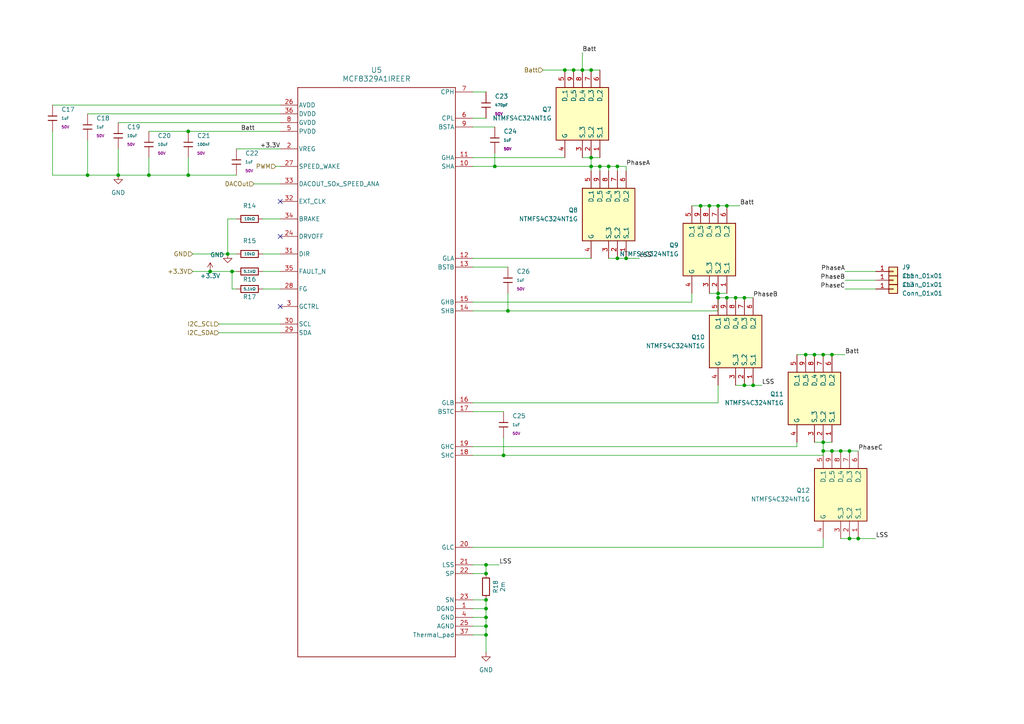
<source format=kicad_sch>
(kicad_sch (version 20250114) (generator "eeschema") (generator_version "9.0")
  (paper "A4")
  (lib_symbols
    (symbol "Connector_Generic:Conn_01x01" (pin_names (offset 1.016) (hide yes))
      (property "Reference" "J" (at 0 2.54 0))
      (property "Value" "Conn_01x01" (at 0 -2.54 0))
      (symbol "Conn_01x01_1_1"
        (rectangle (start -1.27 1.27) (end 1.27 -1.27) (stroke (width 0.254)) (fill (type background)))
        (rectangle (start -1.27 0.127) (end 0 -0.127) (stroke (width 0.1524)))
        (pin passive line (at -5.08 0 0) (length 3.81) (name "Pin_1") (number "1"))
      )
    )
    (symbol "CustomParts:MCF8329A1IREER" (pin_names (offset 0.254))
      (property "Reference" "U3" (at 26.67 10.16 0))
      (property "Value" "MCF8329A1IREER" (at 26.67 7.62 0))
      (symbol "MCF8329A1IREER_0_1"
        (polyline (pts (xy 3.81 5.08) (xy 3.81 -160.02)) (stroke (width 0.2032)))
        (polyline (pts (xy 3.81 -160.02) (xy 49.53 -160.02)) (stroke (width 0.2032)))
        (polyline (pts (xy 49.53 5.08) (xy 3.81 5.08)) (stroke (width 0.2032)))
        (polyline (pts (xy 49.53 -160.02) (xy 49.53 5.08)) (stroke (width 0.2032)))
        (pin power_in line (at -1.27 -7.62 0) (length 5.08) (name "PVDD") (number "5"))
        (pin power_in line (at -1.27 -12.7 0) (length 5.08) (name "VREG") (number "2"))
        (pin input line (at -1.27 -17.78 0) (length 5.08) (name "SPEED_WAKE") (number "27"))
        (pin bidirectional line (at -1.27 -22.86 0) (length 5.08) (name "DACOUT_SOx_SPEED_ANA") (number "33"))
        (pin input line (at -1.27 -27.94 0) (length 5.08) (name "EXT_CLK") (number "32"))
        (pin input line (at -1.27 -33.02 0) (length 5.08) (name "BRAKE") (number "34"))
        (pin input line (at -1.27 -38.1 0) (length 5.08) (name "DRVOFF") (number "24"))
        (pin input line (at -1.27 -43.18 0) (length 5.08) (name "DIR") (number "31"))
        (pin open_collector line (at -1.27 -48.26 0) (length 5.08) (name "FAULT_N") (number "35"))
        (pin open_collector line (at -1.27 -53.34 0) (length 5.08) (name "FG") (number "28"))
        (pin unspecified line (at -1.27 -58.42 0) (length 5.08) (name "GCTRL") (number "3"))
        (pin input line (at -1.27 -63.5 0) (length 5.08) (name "SCL") (number "30"))
        (pin bidirectional line (at -1.27 -66.04 0) (length 5.08) (name "SDA") (number "29"))
        (pin power_in line (at 54.61 -133.35 180) (length 5.08) (name "LSS") (number "21"))
        (pin power_in line (at 54.61 -146.05 180) (length 5.08) (name "DGND") (number "1"))
        (pin power_in line (at 54.61 -148.59 180) (length 5.08) (name "GND") (number "4"))
        (pin power_in line (at 54.61 -151.13 180) (length 5.08) (name "AGND") (number "25"))
        (pin power_in line (at 54.61 -153.67 180) (length 5.08) (name "Thermal_pad") (number "37"))
      )
      (symbol "MCF8329A1IREER_1_1"
        (pin power_out line (at -1.27 0 0) (length 5.08) (name "AVDD") (number "26"))
        (pin power_out line (at -1.27 -2.54 0) (length 5.08) (name "DVDD") (number "36"))
        (pin power_out line (at -1.27 -5.08 0) (length 5.08) (name "GVDD") (number "8"))
        (pin passive line (at 54.61 3.81 180) (length 5.08) (name "CPH") (number "7"))
        (pin passive line (at 54.61 -3.81 180) (length 5.08) (name "CPL") (number "6"))
        (pin output line (at 54.61 -6.35 180) (length 5.08) (name "BSTA") (number "9"))
        (pin output line (at 54.61 -15.24 180) (length 5.08) (name "GHA") (number "11"))
        (pin input line (at 54.61 -17.78 180) (length 5.08) (name "SHA") (number "10"))
        (pin output line (at 54.61 -44.45 180) (length 5.08) (name "GLA") (number "12"))
        (pin output line (at 54.61 -46.99 180) (length 5.08) (name "BSTB") (number "13"))
        (pin output line (at 54.61 -57.15 180) (length 5.08) (name "GHB") (number "15"))
        (pin input line (at 54.61 -59.69 180) (length 5.08) (name "SHB") (number "14"))
        (pin output line (at 54.61 -86.36 180) (length 5.08) (name "GLB") (number "16"))
        (pin output line (at 54.61 -88.9 180) (length 5.08) (name "BSTC") (number "17"))
        (pin output line (at 54.61 -99.06 180) (length 5.08) (name "GHC") (number "19"))
        (pin input line (at 54.61 -101.6 180) (length 5.08) (name "SHC") (number "18"))
        (pin output line (at 54.61 -128.27 180) (length 5.08) (name "GLC") (number "20"))
        (pin input line (at 54.61 -135.89 180) (length 5.08) (name "SP") (number "22"))
        (pin input line (at 54.61 -143.51 180) (length 5.08) (name "SN") (number "23"))
      )
    )
    (symbol "Device:R" (pin_numbers (hide yes)) (pin_names (offset 0))
      (property "Reference" "R" (at 2.032 0 90))
      (property "Value" "R" (at 0 0 90))
      (symbol "R_0_1"
        (rectangle (start -1.016 -2.54) (end 1.016 2.54) (stroke (width 0.254)))
      )
      (symbol "R_1_1"
        (pin passive line (at 0 3.81 270) (length 1.27) (name "~") (number "1"))
        (pin passive line (at 0 -3.81 90) (length 1.27) (name "~") (number "2"))
      )
    )
    (symbol "NTMFS4C324NT1G:NTMFS4C324NT1G"
      (property "Reference" "Q" (at 21.59 7.62 0))
      (property "Value" "NTMFS4C324NT1G" (at 21.59 5.08 0))
      (symbol "NTMFS4C324NT1G_1_1"
        (rectangle (start 5.08 2.54) (end 20.32 -12.7) (stroke (width 0.254)) (fill (type background)))
        (pin passive line (at 0 0 0) (length 5.08) (name "S_1") (number "1"))
        (pin passive line (at 0 -2.54 0) (length 5.08) (name "S_2") (number "2"))
        (pin passive line (at 0 -5.08 0) (length 5.08) (name "S_3") (number "3"))
        (pin passive line (at 0 -10.16 0) (length 5.08) (name "G") (number "4"))
        (pin passive line (at 25.4 0 180) (length 5.08) (name "D_2") (number "6"))
        (pin passive line (at 25.4 -2.54 180) (length 5.08) (name "D_3") (number "7"))
        (pin passive line (at 25.4 -5.08 180) (length 5.08) (name "D_4") (number "8"))
        (pin passive line (at 25.4 -7.62 180) (length 5.08) (name "D_5") (number "9"))
        (pin passive line (at 25.4 -10.16 180) (length 5.08) (name "D_1") (number "5"))
      )
    )
    (symbol "PCM_JLCPCB-Capacitors:0603,100nF" (pin_numbers (hide yes)) (pin_names (offset 0))
      (property "Reference" "C" (at 2.032 1.668 0))
      (property "Value" "100nF" (at 2.032 -0.3782 0))
      (property "Voltage Rated" "50V" (at 2.032 -2.0462 0))
      (symbol "0603,100nF_0_1"
        (polyline (pts (xy -1.27 0.635) (xy 1.27 0.635)) (stroke (width 0.254)))
        (polyline (pts (xy -1.27 -0.635) (xy 1.27 -0.635)) (stroke (width 0.254)))
      )
      (symbol "0603,100nF_1_1"
        (pin passive line (at 0 3.81 270) (length 3.175) (name "~") (number "1"))
        (pin passive line (at 0 -3.81 90) (length 3.175) (name "~") (number "2"))
      )
    )
    (symbol "PCM_JLCPCB-Capacitors:0603,1uF" (pin_numbers (hide yes)) (pin_names (offset 0))
      (property "Reference" "C" (at 2.032 1.668 0))
      (property "Value" "1uF" (at 2.032 -0.3782 0))
      (property "Voltage Rated" "50V" (at 2.032 -2.0462 0))
      (symbol "0603,1uF_0_1"
        (polyline (pts (xy -1.27 0.635) (xy 1.27 0.635)) (stroke (width 0.254)))
        (polyline (pts (xy -1.27 -0.635) (xy 1.27 -0.635)) (stroke (width 0.254)))
      )
      (symbol "0603,1uF_1_1"
        (pin passive line (at 0 3.81 270) (length 3.175) (name "~") (number "1"))
        (pin passive line (at 0 -3.81 90) (length 3.175) (name "~") (number "2"))
      )
    )
    (symbol "PCM_JLCPCB-Capacitors:0603,470pF" (pin_numbers (hide yes)) (pin_names (offset 0))
      (property "Reference" "C" (at 2.032 1.668 0))
      (property "Value" "470pF" (at 2.032 -0.3782 0))
      (property "Voltage Rated" "50V" (at 2.032 -2.0462 0))
      (symbol "0603,470pF_0_1"
        (polyline (pts (xy -1.27 0.635) (xy 1.27 0.635)) (stroke (width 0.254)))
        (polyline (pts (xy -1.27 -0.635) (xy 1.27 -0.635)) (stroke (width 0.254)))
      )
      (symbol "0603,470pF_1_1"
        (pin passive line (at 0 3.81 270) (length 3.175) (name "~") (number "1"))
        (pin passive line (at 0 -3.81 90) (length 3.175) (name "~") (number "2"))
      )
    )
    (symbol "PCM_JLCPCB-Capacitors:0805,10uF,(2)" (pin_numbers (hide yes)) (pin_names (offset 0))
      (property "Reference" "C" (at 2.032 1.668 0))
      (property "Value" "10uF" (at 2.032 -0.3782 0))
      (property "Voltage Rated" "50V" (at 2.032 -2.0462 0))
      (symbol "0805,10uF,(2)_0_1"
        (polyline (pts (xy -1.27 0.635) (xy 1.27 0.635)) (stroke (width 0.254)))
        (polyline (pts (xy -1.27 -0.635) (xy 1.27 -0.635)) (stroke (width 0.254)))
      )
      (symbol "0805,10uF,(2)_1_1"
        (pin passive line (at 0 3.81 270) (length 3.175) (name "~") (number "1"))
        (pin passive line (at 0 -3.81 90) (length 3.175) (name "~") (number "2"))
      )
    )
    (symbol "PCM_JLCPCB-Resistors:0402,10kΩ" (pin_numbers (hide yes)) (pin_names (offset 0))
      (property "Reference" "R" (at 1.778 0 0))
      (property "Value" "10kΩ" (at 0 0 90))
      (symbol "0402,10kΩ_0_1"
        (rectangle (start -1.016 2.54) (end 1.016 -2.54) (stroke (width 0.254)))
      )
      (symbol "0402,10kΩ_1_1"
        (pin passive line (at 0 3.81 270) (length 1.27) (name "~") (number "1"))
        (pin passive line (at 0 -3.81 90) (length 1.27) (name "~") (number "2"))
      )
    )
    (symbol "PCM_JLCPCB-Resistors:0402,5.1kΩ" (pin_numbers (hide yes)) (pin_names (offset 0))
      (property "Reference" "R" (at 1.778 0 0))
      (property "Value" "5.1kΩ" (at 0 0 90))
      (symbol "0402,5.1kΩ_0_1"
        (rectangle (start -1.016 2.54) (end 1.016 -2.54) (stroke (width 0.254)))
      )
      (symbol "0402,5.1kΩ_1_1"
        (pin passive line (at 0 3.81 270) (length 1.27) (name "~") (number "1"))
        (pin passive line (at 0 -3.81 90) (length 1.27) (name "~") (number "2"))
      )
    )
    (symbol "power:+3.3V" (power) (pin_numbers (hide yes)) (pin_names (offset 0) (hide yes))
      (property "Value" "+3.3V" (at 0 3.556 0))
      (symbol "+3.3V_0_1"
        (polyline (pts (xy -0.762 1.27) (xy 0 2.54)))
        (polyline (pts (xy 0 2.54) (xy 0.762 1.27)))
        (polyline (pts (xy 0 0) (xy 0 2.54)))
      )
      (symbol "+3.3V_1_1"
        (pin power_in line (at 0 0 90) (length 0) (name "~") (number "1"))
      )
    )
    (symbol "power:GND" (power) (pin_numbers (hide yes)) (pin_names (offset 0) (hide yes))
      (property "Value" "GND" (at 0 -3.81 0))
      (symbol "GND_0_1"
        (polyline (pts (xy 0 0) (xy 0 -1.27) (xy 1.27 -1.27) (xy 0 -2.54) (xy -1.27 -1.27) (xy 0 -1.27)))
      )
      (symbol "GND_1_1"
        (pin power_in line (at 0 0 270) (length 0) (name "~") (number "1"))
      )
    )
  )
  (junction (at 241.3 130.81))
  (junction (at 54.61 50.8))
  (junction (at 233.68 102.87))
  (junction (at 243.84 130.81))
  (junction (at 166.37 20.32))
  (junction (at 248.92 156.21))
  (junction (at 140.97 163.83))
  (junction (at 143.51 48.26))
  (junction (at 213.36 86.36))
  (junction (at 203.2 59.69))
  (junction (at 208.28 85.09))
  (junction (at 43.18 50.8))
  (junction (at 179.07 74.93))
  (junction (at 140.97 166.37))
  (junction (at 208.28 86.36))
  (junction (at 176.53 48.26))
  (junction (at 215.9 86.36))
  (junction (at 241.3 102.87))
  (junction (at 236.22 102.87))
  (junction (at 208.28 59.69))
  (junction (at 140.97 184.15))
  (junction (at 171.45 48.26))
  (junction (at 218.44 111.76))
  (junction (at 168.91 20.32))
  (junction (at 181.61 74.93))
  (junction (at 140.97 181.61))
  (junction (at 146.05 132.08))
  (junction (at 147.32 90.17))
  (junction (at 25.4 50.8))
  (junction (at 60.96 78.74))
  (junction (at 238.76 102.87))
  (junction (at 179.07 48.26))
  (junction (at 210.82 86.36))
  (junction (at 34.29 50.8))
  (junction (at 140.97 176.53))
  (junction (at 246.38 156.21))
  (junction (at 210.82 59.69))
  (junction (at 171.45 20.32))
  (junction (at 54.61 38.1))
  (junction (at 163.83 20.32))
  (junction (at 140.97 179.07))
  (junction (at 173.99 48.26))
  (junction (at 140.97 173.99))
  (junction (at 238.76 130.81))
  (junction (at 171.45 45.72))
  (junction (at 205.74 59.69))
  (junction (at 67.31 78.74))
  (junction (at 215.9 111.76))
  (junction (at 246.38 130.81))
  (junction (at 66.04 73.66))
  (junction (at 238.76 128.27))
  (no_connect (at 81.28 68.58))
  (no_connect (at 81.28 88.9))
  (no_connect (at 81.28 58.42))
  (wire (pts (xy 245.11 83.82) (xy 254 83.82)))
  (wire (pts (xy 248.92 156.21) (xy 254 156.21)))
  (wire (pts (xy 210.82 86.36) (xy 213.36 86.36)))
  (wire (pts (xy 171.45 45.72) (xy 173.99 45.72)))
  (wire (pts (xy 137.16 116.84) (xy 208.28 116.84)))
  (wire (pts (xy 181.61 74.93) (xy 185.42 74.93)))
  (wire (pts (xy 176.53 74.93) (xy 179.07 74.93)))
  (wire (pts (xy 63.5 93.98) (xy 81.28 93.98)))
  (wire (pts (xy 173.99 49.53) (xy 173.99 48.26)))
  (wire (pts (xy 137.16 176.53) (xy 140.97 176.53)))
  (wire (pts (xy 173.99 48.26) (xy 176.53 48.26)))
  (wire (pts (xy 137.16 181.61) (xy 140.97 181.61)))
  (wire (pts (xy 15.24 50.8) (xy 25.4 50.8)))
  (wire (pts (xy 76.2 63.5) (xy 81.28 63.5)))
  (wire (pts (xy 231.14 102.87) (xy 233.68 102.87)))
  (wire (pts (xy 60.96 78.74) (xy 67.31 78.74)))
  (wire (pts (xy 146.05 127) (xy 146.05 132.08)))
  (wire (pts (xy 179.07 74.93) (xy 181.61 74.93)))
  (wire (pts (xy 203.2 59.69) (xy 205.74 59.69)))
  (wire (pts (xy 66.04 63.5) (xy 66.04 73.66)))
  (wire (pts (xy 25.4 40.64) (xy 25.4 50.8)))
  (wire (pts (xy 218.44 111.76) (xy 220.98 111.76)))
  (wire (pts (xy 43.18 45.72) (xy 43.18 50.8)))
  (wire (pts (xy 68.58 78.74) (xy 67.31 78.74)))
  (wire (pts (xy 168.91 20.32) (xy 171.45 20.32)))
  (wire (pts (xy 54.61 38.1) (xy 81.28 38.1)))
  (wire (pts (xy 171.45 48.26) (xy 171.45 45.72)))
  (wire (pts (xy 15.24 30.48) (xy 81.28 30.48)))
  (wire (pts (xy 147.32 85.09) (xy 147.32 90.17)))
  (wire (pts (xy 215.9 86.36) (xy 218.44 86.36)))
  (wire (pts (xy 213.36 111.76) (xy 215.9 111.76)))
  (wire (pts (xy 208.28 90.17) (xy 208.28 86.36)))
  (wire (pts (xy 137.16 45.72) (xy 163.83 45.72)))
  (wire (pts (xy 236.22 102.87) (xy 238.76 102.87)))
  (wire (pts (xy 80.01 48.26) (xy 81.28 48.26)))
  (wire (pts (xy 163.83 20.32) (xy 166.37 20.32)))
  (wire (pts (xy 157.48 20.32) (xy 163.83 20.32)))
  (wire (pts (xy 205.74 59.69) (xy 208.28 59.69)))
  (wire (pts (xy 208.28 116.84) (xy 208.28 111.76)))
  (wire (pts (xy 137.16 129.54) (xy 231.14 129.54)))
  (wire (pts (xy 181.61 49.53) (xy 181.61 48.26)))
  (wire (pts (xy 179.07 49.53) (xy 179.07 48.26)))
  (wire (pts (xy 137.16 26.67) (xy 140.97 26.67)))
  (wire (pts (xy 238.76 130.81) (xy 241.3 130.81)))
  (wire (pts (xy 43.18 38.1) (xy 54.61 38.1)))
  (wire (pts (xy 137.16 173.99) (xy 140.97 173.99)))
  (wire (pts (xy 25.4 33.02) (xy 81.28 33.02)))
  (wire (pts (xy 76.2 83.82) (xy 81.28 83.82)))
  (wire (pts (xy 205.74 85.09) (xy 208.28 85.09)))
  (wire (pts (xy 140.97 176.53) (xy 140.97 173.99)))
  (wire (pts (xy 140.97 163.83) (xy 144.78 163.83)))
  (wire (pts (xy 68.58 83.82) (xy 67.31 83.82)))
  (wire (pts (xy 137.16 87.63) (xy 200.66 87.63)))
  (wire (pts (xy 208.28 86.36) (xy 210.82 86.36)))
  (wire (pts (xy 236.22 128.27) (xy 238.76 128.27)))
  (wire (pts (xy 34.29 35.56) (xy 81.28 35.56)))
  (wire (pts (xy 137.16 184.15) (xy 140.97 184.15)))
  (wire (pts (xy 241.3 102.87) (xy 245.11 102.87)))
  (wire (pts (xy 140.97 181.61) (xy 140.97 179.07)))
  (wire (pts (xy 140.97 184.15) (xy 140.97 189.23)))
  (wire (pts (xy 245.11 81.28) (xy 254 81.28)))
  (wire (pts (xy 73.66 53.34) (xy 81.28 53.34)))
  (wire (pts (xy 233.68 102.87) (xy 236.22 102.87)))
  (wire (pts (xy 238.76 128.27) (xy 241.3 128.27)))
  (wire (pts (xy 171.45 48.26) (xy 173.99 48.26)))
  (wire (pts (xy 137.16 77.47) (xy 147.32 77.47)))
  (wire (pts (xy 243.84 130.81) (xy 246.38 130.81)))
  (wire (pts (xy 200.66 59.69) (xy 203.2 59.69)))
  (wire (pts (xy 137.16 158.75) (xy 238.76 158.75)))
  (wire (pts (xy 210.82 59.69) (xy 214.63 59.69)))
  (wire (pts (xy 137.16 48.26) (xy 143.51 48.26)))
  (wire (pts (xy 168.91 45.72) (xy 171.45 45.72)))
  (wire (pts (xy 238.76 128.27) (xy 238.76 130.81)))
  (wire (pts (xy 208.28 85.09) (xy 210.82 85.09)))
  (wire (pts (xy 137.16 179.07) (xy 140.97 179.07)))
  (wire (pts (xy 246.38 156.21) (xy 248.92 156.21)))
  (wire (pts (xy 34.29 50.8) (xy 43.18 50.8)))
  (wire (pts (xy 166.37 20.32) (xy 168.91 20.32)))
  (wire (pts (xy 137.16 90.17) (xy 147.32 90.17)))
  (wire (pts (xy 238.76 102.87) (xy 241.3 102.87)))
  (wire (pts (xy 137.16 74.93) (xy 171.45 74.93)))
  (wire (pts (xy 66.04 73.66) (xy 68.58 73.66)))
  (wire (pts (xy 213.36 86.36) (xy 215.9 86.36)))
  (wire (pts (xy 231.14 129.54) (xy 231.14 128.27)))
  (wire (pts (xy 54.61 50.8) (xy 68.58 50.8)))
  (wire (pts (xy 176.53 48.26) (xy 179.07 48.26)))
  (wire (pts (xy 200.66 87.63) (xy 200.66 85.09)))
  (wire (pts (xy 171.45 48.26) (xy 171.45 49.53)))
  (wire (pts (xy 54.61 45.72) (xy 54.61 50.8)))
  (wire (pts (xy 15.24 38.1) (xy 15.24 50.8)))
  (wire (pts (xy 245.11 78.74) (xy 254 78.74)))
  (wire (pts (xy 168.91 15.24) (xy 168.91 20.32)))
  (wire (pts (xy 238.76 132.08) (xy 238.76 130.81)))
  (wire (pts (xy 137.16 163.83) (xy 140.97 163.83)))
  (wire (pts (xy 143.51 48.26) (xy 171.45 48.26)))
  (wire (pts (xy 55.88 73.66) (xy 66.04 73.66)))
  (wire (pts (xy 140.97 163.83) (xy 140.97 166.37)))
  (wire (pts (xy 176.53 49.53) (xy 176.53 48.26)))
  (wire (pts (xy 238.76 158.75) (xy 238.76 156.21)))
  (wire (pts (xy 55.88 78.74) (xy 60.96 78.74)))
  (wire (pts (xy 76.2 73.66) (xy 81.28 73.66)))
  (wire (pts (xy 137.16 34.29) (xy 140.97 34.29)))
  (wire (pts (xy 246.38 130.81) (xy 248.92 130.81)))
  (wire (pts (xy 146.05 132.08) (xy 238.76 132.08)))
  (wire (pts (xy 140.97 184.15) (xy 140.97 181.61)))
  (wire (pts (xy 208.28 59.69) (xy 210.82 59.69)))
  (wire (pts (xy 146.05 132.08) (xy 137.16 132.08)))
  (wire (pts (xy 208.28 85.09) (xy 208.28 86.36)))
  (wire (pts (xy 54.61 50.8) (xy 43.18 50.8)))
  (wire (pts (xy 67.31 83.82) (xy 67.31 78.74)))
  (wire (pts (xy 140.97 179.07) (xy 140.97 176.53)))
  (wire (pts (xy 25.4 50.8) (xy 34.29 50.8)))
  (wire (pts (xy 68.58 63.5) (xy 66.04 63.5)))
  (wire (pts (xy 143.51 44.45) (xy 143.51 48.26)))
  (wire (pts (xy 243.84 156.21) (xy 246.38 156.21)))
  (wire (pts (xy 76.2 78.74) (xy 81.28 78.74)))
  (wire (pts (xy 179.07 48.26) (xy 181.61 48.26)))
  (wire (pts (xy 137.16 166.37) (xy 140.97 166.37)))
  (wire (pts (xy 63.5 96.52) (xy 81.28 96.52)))
  (wire (pts (xy 137.16 119.38) (xy 146.05 119.38)))
  (wire (pts (xy 34.29 43.18) (xy 34.29 50.8)))
  (wire (pts (xy 241.3 130.81) (xy 243.84 130.81)))
  (wire (pts (xy 171.45 20.32) (xy 173.99 20.32)))
  (wire (pts (xy 215.9 111.76) (xy 218.44 111.76)))
  (wire (pts (xy 137.16 36.83) (xy 143.51 36.83)))
  (wire (pts (xy 68.58 43.18) (xy 81.28 43.18)))
  (wire (pts (xy 147.32 90.17) (xy 208.28 90.17)))
  (label "PhaseA" (at 245.11 78.74 180))
  (label "LSS" (at 254 156.21 0))
  (label "Batt" (at 245.11 102.87 0))
  (label "Batt" (at 168.91 15.24 0))
  (label "Batt" (at 214.63 59.69 0))
  (label "PhaseC" (at 245.11 83.82 180))
  (label "Batt" (at 69.85 38.1 0))
  (label "LSS" (at 220.98 111.76 0))
  (label "PhaseB" (at 218.44 86.36 0))
  (label "PhaseC" (at 248.92 130.81 0))
  (label "PhaseA" (at 181.61 48.26 0))
  (label "LSS" (at 185.42 74.93 0))
  (label "LSS" (at 144.78 163.83 0))
  (label "PhaseB" (at 245.11 81.28 180))
  (label "+3.3V" (at 81.28 43.18 180))
  (hierarchical_label "I2C_SCL" (shape input) (at 63.5 93.98 180))
  (hierarchical_label "GND" (shape input) (at 55.88 73.66 180))
  (hierarchical_label "DACOut" (shape input) (at 73.66 53.34 180))
  (hierarchical_label "I2C_SDA" (shape input) (at 63.5 96.52 180))
  (hierarchical_label "+3.3V" (shape input) (at 55.88 78.74 180))
  (hierarchical_label "PWM" (shape input) (at 80.01 48.26 180))
  (hierarchical_label "Batt" (shape input) (at 157.48 20.32 180))
  (symbol (lib_id "Connector_Generic:Conn_01x01") (at 259.08 78.74 0) (unit 1)
    (property "Reference" "J8" (at 261.62 77.4699 0) (effects (justify left)))
    (property "Value" "Conn_01x01" (at 261.62 80.0099 0) (effects (justify left)))
    (property "Footprint" "Connector_Wire:SolderWire-0.25sqmm_1x01_D0.65mm_OD1.7mm" (effects (hide yes)))
    (property "Description" "Generic connector, single row, 01x01, script generated (kicad-library-utils/schlib/autogen/connector/)" (effects (hide yes)))
    (instances (project "" (path "" (reference "J9") (unit 1)) (path "" (reference "J8") (unit 1))))
  )
  (symbol (lib_id "Connector_Generic:Conn_01x01") (at 259.08 81.28 0) (unit 1)
    (property "Reference" "J10" (at 261.62 80.0099 0) (effects (justify left)))
    (property "Value" "Conn_01x01" (at 261.62 82.5499 0) (effects (justify left)))
    (property "Footprint" "Connector_Wire:SolderWire-0.25sqmm_1x01_D0.65mm_OD1.7mm" (effects (hide yes)))
    (property "Description" "Generic connector, single row, 01x01, script generated (kicad-library-utils/schlib/autogen/connector/)" (effects (hide yes)))
    (instances (project "" (path "" (reference "J11") (unit 1)) (path "" (reference "J10") (unit 1))))
  )
  (symbol (lib_id "Connector_Generic:Conn_01x01") (at 259.08 83.82 0) (unit 1)
    (property "Reference" "J12" (at 261.62 82.5499 0) (effects (justify left)))
    (property "Value" "Conn_01x01" (at 261.62 85.0899 0) (effects (justify left)))
    (property "Footprint" "Connector_Wire:SolderWire-0.25sqmm_1x01_D0.65mm_OD1.7mm" (effects (hide yes)))
    (property "Description" "Generic connector, single row, 01x01, script generated (kicad-library-utils/schlib/autogen/connector/)" (effects (hide yes)))
    (instances (project "" (path "" (reference "J13") (unit 1)) (path "" (reference "J12") (unit 1))))
  )
  (symbol (lib_id "power:+3.3V") (at 60.96 78.74 0) (unit 1)
    (property "Reference" "#PWR023" (effects (hide yes)))
    (property "Value" "+3.3V" (at 60.96 80.01 0))
    (property "Description" "Power symbol creates a global label with name \"+3.3V\"" (effects (hide yes)))
    (instances (project "OmniAnt" (path "" (reference "#PWR027") (unit 1)) (path "" (reference "#PWR023") (unit 1))))
  )
  (symbol (lib_id "NTMFS4C324NT1G:NTMFS4C324NT1G") (at 218.44 111.76 270) (mirror x) (unit 1)
    (property "Reference" "Q4" (at 204.47 97.7899 90) (effects (justify right)))
    (property "Value" "NTMFS4C324NT1G" (at 204.47 100.3299 90) (effects (justify right)))
    (property "Footprint" "Footprints:NVMFS5C442NLWFAFT1G" (effects (hide yes)))
    (property "Description" "MOSFETs TRENCH 6 30V NCH" (effects (hide yes)))
    (property "Mouser Part Number" "863-NTMFS4C324NT1G" (effects (hide yes)))
    (property "Mouser Price/Stock" "https://www.mouser.co.uk/ProductDetail/onsemi/NTMFS4C324NT1G?qs=vmHwEFxEFR86OcbNj4ayIQ%3D%3D" (effects (hide yes)))
    (property "Manufacturer_Name" "onsemi" (effects (hide yes)))
    (property "Manufacturer_Part_Number" "NTMFS4C324NT1G" (effects (hide yes)))
    (instances (project "OmniAnt" (path "" (reference "Q10") (unit 1)) (path "" (reference "Q4") (unit 1))))
  )
  (symbol (lib_id "PCM_JLCPCB-Capacitors:0603,100nF") (at 54.61 41.91 0) (unit 1)
    (property "Reference" "C11" (at 57.15 39.3699 0) (effects (justify left)))
    (property "Value" "100nF" (at 57.15 41.91 0) (effects (font (size 0.8 0.8)) (justify left)))
    (property "Footprint" "PCM_JLCPCB:C_0603" (effects (hide yes)))
    (property "Datasheet" "https://www.lcsc.com/datasheet/lcsc_datasheet_2211101700_YAGEO-CC0603KRX7R9BB104_C14663.pdf" (effects (hide yes)))
    (property "Description" "50V 100nF X7R ±10% 0603 Multilayer Ceramic Capacitors MLCC - SMD/SMT ROHS" (effects (hide yes)))
    (property "LCSC" "C14663" (effects (hide yes)))
    (property "Stock" "58347526" (effects (hide yes)))
    (property "Price" "0.006USD" (effects (hide yes)))
    (property "Process" "SMT" (effects (hide yes)))
    (property "Minimum Qty" "20" (effects (hide yes)))
    (property "Attrition Qty" "10" (effects (hide yes)))
    (property "Class" "Basic Component" (effects (hide yes)))
    (property "Category" "Capacitors,Multilayer Ceramic Capacitors MLCC - SMD/SMT" (effects (hide yes)))
    (property "Manufacturer" "YAGEO" (effects (hide yes)))
    (property "Part" "CC0603KRX7R9BB104" (effects (hide yes)))
    (property "Voltage Rated" "50V" (at 57.15 44.45 0) (effects (font (size 0.8 0.8)) (justify left)))
    (property "Tolerance" "±10%" (effects (hide yes)))
    (property "Capacitance" "100nF" (effects (hide yes)))
    (property "Temperature Coefficient" "X7R" (effects (hide yes)))
    (instances (project "OmniAnt" (path "" (reference "C21") (unit 1)) (path "" (reference "C11") (unit 1))))
  )
  (symbol (lib_id "PCM_JLCPCB-Resistors:0402,5.1kΩ") (at 72.39 78.74 90) (unit 1)
    (property "Reference" "R11" (at 72.39 81.026 90))
    (property "Value" "5.1kΩ" (at 72.39 78.74 90) (effects (font (size 0.8 0.8))))
    (property "Footprint" "PCM_JLCPCB:R_0402" (effects (hide yes)))
    (property "Datasheet" "https://www.lcsc.com/datasheet/lcsc_datasheet_2206010045_UNI-ROYAL-Uniroyal-Elec-0402WGF5101TCE_C25905.pdf" (effects (hide yes)))
    (property "Description" "62.5mW Thick Film Resistors 50V ±100ppm/°C ±1% 5.1kΩ 0402 Chip Resistor - Surface Mount ROHS" (effects (hide yes)))
    (property "LCSC" "C25905" (effects (hide yes)))
    (property "Stock" "4254023" (effects (hide yes)))
    (property "Price" "0.004USD" (effects (hide yes)))
    (property "Process" "SMT" (effects (hide yes)))
    (property "Minimum Qty" "20" (effects (hide yes)))
    (property "Attrition Qty" "10" (effects (hide yes)))
    (property "Class" "Basic Component" (effects (hide yes)))
    (property "Category" "Resistors,Chip Resistor - Surface Mount" (effects (hide yes)))
    (property "Manufacturer" "UNI-ROYAL(Uniroyal Elec)" (effects (hide yes)))
    (property "Part" "0402WGF5101TCE" (effects (hide yes)))
    (property "Resistance" "5.1kΩ" (effects (hide yes)))
    (property "Power(Watts)" "62.5mW" (effects (hide yes)))
    (property "Type" "Thick Film Resistors" (effects (hide yes)))
    (property "Overload Voltage (Max)" "50V" (effects (hide yes)))
    (property "Operating Temperature Range" "-55°C~+155°C" (effects (hide yes)))
    (property "Tolerance" "±1%" (effects (hide yes)))
    (property "Temperature Coefficient" "±100ppm/°C" (effects (hide yes)))
    (instances (project "OmniAnt" (path "" (reference "R16") (unit 1)) (path "" (reference "R11") (unit 1))))
  )
  (symbol (lib_id "NTMFS4C324NT1G:NTMFS4C324NT1G") (at 248.92 156.21 270) (mirror x) (unit 1)
    (property "Reference" "Q6" (at 234.95 142.2399 90) (effects (justify right)))
    (property "Value" "NTMFS4C324NT1G" (at 234.95 144.7799 90) (effects (justify right)))
    (property "Footprint" "Footprints:NVMFS5C442NLWFAFT1G" (effects (hide yes)))
    (property "Description" "MOSFETs TRENCH 6 30V NCH" (effects (hide yes)))
    (property "Mouser Part Number" "863-NTMFS4C324NT1G" (effects (hide yes)))
    (property "Mouser Price/Stock" "https://www.mouser.co.uk/ProductDetail/onsemi/NTMFS4C324NT1G?qs=vmHwEFxEFR86OcbNj4ayIQ%3D%3D" (effects (hide yes)))
    (property "Manufacturer_Name" "onsemi" (effects (hide yes)))
    (property "Manufacturer_Part_Number" "NTMFS4C324NT1G" (effects (hide yes)))
    (instances (project "OmniAnt" (path "" (reference "Q12") (unit 1)) (path "" (reference "Q6") (unit 1))))
  )
  (symbol (lib_id "power:GND") (at 34.29 50.8 0) (unit 1)
    (property "Reference" "#PWR022" (effects (hide yes)))
    (property "Value" "GND" (at 34.29 55.88 0))
    (property "Description" "Power symbol creates a global label with name \"GND\" , ground" (effects (hide yes)))
    (instances (project "OmniAnt" (path "" (reference "#PWR026") (unit 1)) (path "" (reference "#PWR022") (unit 1))))
  )
  (symbol (lib_id "PCM_JLCPCB-Capacitors:0805,10uF,(2)") (at 43.18 41.91 0) (unit 1)
    (property "Reference" "C10" (at 45.72 39.3699 0) (effects (justify left)))
    (property "Value" "10uF" (at 45.72 41.91 0) (effects (font (size 0.8 0.8)) (justify left)))
    (property "Footprint" "PCM_JLCPCB:C_0805" (effects (hide yes)))
    (property "Datasheet" "https://www.lcsc.com/datasheet/lcsc_datasheet_2411041759_Murata-Electronics-GRM21BR61H106KE43L_C440198.pdf" (effects (hide yes)))
    (property "Description" "50V 10uF X5R ±10% 0805 Multilayer Ceramic Capacitors MLCC - SMD/SMT ROHS" (effects (hide yes)))
    (property "LCSC" "C440198" (effects (hide yes)))
    (property "Stock" "1551376" (effects (hide yes)))
    (property "Price" "0.069USD" (effects (hide yes)))
    (property "Process" "SMT" (effects (hide yes)))
    (property "Minimum Qty" "5" (effects (hide yes)))
    (property "Attrition Qty" "4" (effects (hide yes)))
    (property "Class" "Basic Component" (effects (hide yes)))
    (property "Category" "Capacitors,Multilayer Ceramic Capacitors MLCC - SMD/SMT" (effects (hide yes)))
    (property "Manufacturer" "Murata Electronics" (effects (hide yes)))
    (property "Part" "GRM21BR61H106KE43L" (effects (hide yes)))
    (property "Voltage Rated" "50V" (at 45.72 44.45 0) (effects (font (size 0.8 0.8)) (justify left)))
    (property "Tolerance" "±10%" (effects (hide yes)))
    (property "Capacitance" "10uF" (effects (hide yes)))
    (property "Temperature Coefficient" "X5R" (effects (hide yes)))
    (instances (project "OmniAnt" (path "" (reference "C20") (unit 1)) (path "" (reference "C10") (unit 1))))
  )
  (symbol (lib_id "NTMFS4C324NT1G:NTMFS4C324NT1G") (at 173.99 45.72 270) (mirror x) (unit 1)
    (property "Reference" "Q1" (at 160.02 31.7499 90) (effects (justify right)))
    (property "Value" "NTMFS4C324NT1G" (at 160.02 34.2899 90) (effects (justify right)))
    (property "Footprint" "Footprints:NVMFS5C442NLWFAFT1G" (effects (hide yes)))
    (property "Description" "MOSFETs TRENCH 6 30V NCH" (effects (hide yes)))
    (property "Mouser Part Number" "863-NTMFS4C324NT1G" (effects (hide yes)))
    (property "Mouser Price/Stock" "https://www.mouser.co.uk/ProductDetail/onsemi/NTMFS4C324NT1G?qs=vmHwEFxEFR86OcbNj4ayIQ%3D%3D" (effects (hide yes)))
    (property "Manufacturer_Name" "onsemi" (effects (hide yes)))
    (property "Manufacturer_Part_Number" "NTMFS4C324NT1G" (effects (hide yes)))
    (instances (project "OmniAnt" (path "" (reference "Q7") (unit 1)) (path "" (reference "Q1") (unit 1))))
  )
  (symbol (lib_id "PCM_JLCPCB-Capacitors:0603,1uF") (at 143.51 40.64 0) (unit 1)
    (property "Reference" "C14" (at 146.05 38.0999 0) (effects (justify left)))
    (property "Value" "1uF" (at 146.05 40.64 0) (effects (font (size 0.8 0.8)) (justify left)))
    (property "Footprint" "PCM_JLCPCB:C_0603" (effects (hide yes)))
    (property "Datasheet" "https://www.lcsc.com/datasheet/lcsc_datasheet_2304140030_Samsung-Electro-Mechanics-CL10A105KB8NNNC_C15849.pdf" (effects (hide yes)))
    (property "Description" "50V 1uF X5R ±10% 0603 Multilayer Ceramic Capacitors MLCC - SMD/SMT ROHS" (effects (hide yes)))
    (property "LCSC" "C15849" (effects (hide yes)))
    (property "Stock" "16297537" (effects (hide yes)))
    (property "Price" "0.008USD" (effects (hide yes)))
    (property "Process" "SMT" (effects (hide yes)))
    (property "Minimum Qty" "20" (effects (hide yes)))
    (property "Attrition Qty" "10" (effects (hide yes)))
    (property "Class" "Basic Component" (effects (hide yes)))
    (property "Category" "Capacitors,Multilayer Ceramic Capacitors MLCC - SMD/SMT" (effects (hide yes)))
    (property "Manufacturer" "Samsung Electro-Mechanics" (effects (hide yes)))
    (property "Part" "CL10A105KB8NNNC" (effects (hide yes)))
    (property "Voltage Rated" "50V" (at 146.05 43.18 0) (effects (font (size 0.8 0.8)) (justify left)))
    (property "Tolerance" "±10%" (effects (hide yes)))
    (property "Capacitance" "1uF" (effects (hide yes)))
    (property "Temperature Coefficient" "X5R" (effects (hide yes)))
    (instances (project "OmniAnt" (path "" (reference "C24") (unit 1)) (path "" (reference "C14") (unit 1))))
  )
  (symbol (lib_id "PCM_JLCPCB-Resistors:0402,10kΩ") (at 72.39 63.5 90) (unit 1)
    (property "Reference" "R9" (at 72.39 59.69 90))
    (property "Value" "10kΩ" (at 72.39 63.5 90) (effects (font (size 0.8 0.8))))
    (property "Footprint" "PCM_JLCPCB:R_0402" (effects (hide yes)))
    (property "Datasheet" "https://www.lcsc.com/datasheet/lcsc_datasheet_2411221126_UNI-ROYAL-Uniroyal-Elec-0402WGF1002TCE_C25744.pdf" (effects (hide yes)))
    (property "Description" "62.5mW Thick Film Resistors 50V ±100ppm/°C ±1% 10kΩ 0402 Chip Resistor - Surface Mount ROHS" (effects (hide yes)))
    (property "LCSC" "C25744" (effects (hide yes)))
    (property "Stock" "16030120" (effects (hide yes)))
    (property "Price" "0.004USD" (effects (hide yes)))
    (property "Process" "SMT" (effects (hide yes)))
    (property "Minimum Qty" "20" (effects (hide yes)))
    (property "Attrition Qty" "10" (effects (hide yes)))
    (property "Class" "Basic Component" (effects (hide yes)))
    (property "Category" "Resistors,Chip Resistor - Surface Mount" (effects (hide yes)))
    (property "Manufacturer" "UNI-ROYAL(Uniroyal Elec)" (effects (hide yes)))
    (property "Part" "0402WGF1002TCE" (effects (hide yes)))
    (property "Resistance" "10kΩ" (effects (hide yes)))
    (property "Power(Watts)" "62.5mW" (effects (hide yes)))
    (property "Type" "Thick Film Resistors" (effects (hide yes)))
    (property "Overload Voltage (Max)" "50V" (effects (hide yes)))
    (property "Operating Temperature Range" "-55°C~+155°C" (effects (hide yes)))
    (property "Tolerance" "±1%" (effects (hide yes)))
    (property "Temperature Coefficient" "±100ppm/°C" (effects (hide yes)))
    (instances (project "OmniAnt" (path "" (reference "R14") (unit 1)) (path "" (reference "R9") (unit 1))))
  )
  (symbol (lib_id "NTMFS4C324NT1G:NTMFS4C324NT1G") (at 241.3 128.27 270) (mirror x) (unit 1)
    (property "Reference" "Q5" (at 227.33 114.2999 90) (effects (justify right)))
    (property "Value" "NTMFS4C324NT1G" (at 227.33 116.8399 90) (effects (justify right)))
    (property "Footprint" "Footprints:NVMFS5C442NLWFAFT1G" (effects (hide yes)))
    (property "Description" "MOSFETs TRENCH 6 30V NCH" (effects (hide yes)))
    (property "Mouser Part Number" "863-NTMFS4C324NT1G" (effects (hide yes)))
    (property "Mouser Price/Stock" "https://www.mouser.co.uk/ProductDetail/onsemi/NTMFS4C324NT1G?qs=vmHwEFxEFR86OcbNj4ayIQ%3D%3D" (effects (hide yes)))
    (property "Manufacturer_Name" "onsemi" (effects (hide yes)))
    (property "Manufacturer_Part_Number" "NTMFS4C324NT1G" (effects (hide yes)))
    (instances (project "OmniAnt" (path "" (reference "Q11") (unit 1)) (path "" (reference "Q5") (unit 1))))
  )
  (symbol (lib_id "NTMFS4C324NT1G:NTMFS4C324NT1G") (at 181.61 74.93 270) (mirror x) (unit 1)
    (property "Reference" "Q2" (at 167.64 60.9599 90) (effects (justify right)))
    (property "Value" "NTMFS4C324NT1G" (at 167.64 63.4999 90) (effects (justify right)))
    (property "Footprint" "Footprints:NVMFS5C442NLWFAFT1G" (effects (hide yes)))
    (property "Description" "MOSFETs TRENCH 6 30V NCH" (effects (hide yes)))
    (property "Mouser Part Number" "863-NTMFS4C324NT1G" (effects (hide yes)))
    (property "Mouser Price/Stock" "https://www.mouser.co.uk/ProductDetail/onsemi/NTMFS4C324NT1G?qs=vmHwEFxEFR86OcbNj4ayIQ%3D%3D" (effects (hide yes)))
    (property "Manufacturer_Name" "onsemi" (effects (hide yes)))
    (property "Manufacturer_Part_Number" "NTMFS4C324NT1G" (effects (hide yes)))
    (instances (project "OmniAnt" (path "" (reference "Q8") (unit 1)) (path "" (reference "Q2") (unit 1))))
  )
  (symbol (lib_id "PCM_JLCPCB-Capacitors:0805,10uF,(2)") (at 34.29 39.37 0) (unit 1)
    (property "Reference" "C9" (at 36.83 36.8299 0) (effects (justify left)))
    (property "Value" "10uF" (at 36.83 39.37 0) (effects (font (size 0.8 0.8)) (justify left)))
    (property "Footprint" "PCM_JLCPCB:C_0805" (effects (hide yes)))
    (property "Datasheet" "https://www.lcsc.com/datasheet/lcsc_datasheet_2411041759_Murata-Electronics-GRM21BR61H106KE43L_C440198.pdf" (effects (hide yes)))
    (property "Description" "50V 10uF X5R ±10% 0805 Multilayer Ceramic Capacitors MLCC - SMD/SMT ROHS" (effects (hide yes)))
    (property "LCSC" "C440198" (effects (hide yes)))
    (property "Stock" "1551376" (effects (hide yes)))
    (property "Price" "0.069USD" (effects (hide yes)))
    (property "Process" "SMT" (effects (hide yes)))
    (property "Minimum Qty" "5" (effects (hide yes)))
    (property "Attrition Qty" "4" (effects (hide yes)))
    (property "Class" "Basic Component" (effects (hide yes)))
    (property "Category" "Capacitors,Multilayer Ceramic Capacitors MLCC - SMD/SMT" (effects (hide yes)))
    (property "Manufacturer" "Murata Electronics" (effects (hide yes)))
    (property "Part" "GRM21BR61H106KE43L" (effects (hide yes)))
    (property "Voltage Rated" "50V" (at 36.83 41.91 0) (effects (font (size 0.8 0.8)) (justify left)))
    (property "Tolerance" "±10%" (effects (hide yes)))
    (property "Capacitance" "10uF" (effects (hide yes)))
    (property "Temperature Coefficient" "X5R" (effects (hide yes)))
    (instances (project "OmniAnt" (path "" (reference "C19") (unit 1)) (path "" (reference "C9") (unit 1))))
  )
  (symbol (lib_id "PCM_JLCPCB-Capacitors:0603,1uF") (at 25.4 36.83 0) (unit 1)
    (property "Reference" "C8" (at 27.94 34.2899 0) (effects (justify left)))
    (property "Value" "1uF" (at 27.94 36.83 0) (effects (font (size 0.8 0.8)) (justify left)))
    (property "Footprint" "PCM_JLCPCB:C_0603" (effects (hide yes)))
    (property "Datasheet" "https://www.lcsc.com/datasheet/lcsc_datasheet_2304140030_Samsung-Electro-Mechanics-CL10A105KB8NNNC_C15849.pdf" (effects (hide yes)))
    (property "Description" "50V 1uF X5R ±10% 0603 Multilayer Ceramic Capacitors MLCC - SMD/SMT ROHS" (effects (hide yes)))
    (property "LCSC" "C15849" (effects (hide yes)))
    (property "Stock" "16297537" (effects (hide yes)))
    (property "Price" "0.008USD" (effects (hide yes)))
    (property "Process" "SMT" (effects (hide yes)))
    (property "Minimum Qty" "20" (effects (hide yes)))
    (property "Attrition Qty" "10" (effects (hide yes)))
    (property "Class" "Basic Component" (effects (hide yes)))
    (property "Category" "Capacitors,Multilayer Ceramic Capacitors MLCC - SMD/SMT" (effects (hide yes)))
    (property "Manufacturer" "Samsung Electro-Mechanics" (effects (hide yes)))
    (property "Part" "CL10A105KB8NNNC" (effects (hide yes)))
    (property "Voltage Rated" "50V" (at 27.94 39.37 0) (effects (font (size 0.8 0.8)) (justify left)))
    (property "Tolerance" "±10%" (effects (hide yes)))
    (property "Capacitance" "1uF" (effects (hide yes)))
    (property "Temperature Coefficient" "X5R" (effects (hide yes)))
    (instances (project "OmniAnt" (path "" (reference "C18") (unit 1)) (path "" (reference "C8") (unit 1))))
  )
  (symbol (lib_id "PCM_JLCPCB-Capacitors:0603,470pF") (at 140.97 30.48 0) (unit 1)
    (property "Reference" "C13" (at 143.51 27.9399 0) (effects (justify left)))
    (property "Value" "470pF" (at 143.51 30.48 0) (effects (font (size 0.8 0.8)) (justify left)))
    (property "Footprint" "PCM_JLCPCB:C_0603" (effects (hide yes)))
    (property "Datasheet" "https://www.lcsc.com/datasheet/lcsc_datasheet_2304140030_FH--Guangdong-Fenghua-Advanced-Tech-0603B471K500NT_C1620.pdf" (effects (hide yes)))
    (property "Description" "50V 470pF X7R ±10% 0603 Multilayer Ceramic Capacitors MLCC - SMD/SMT ROHS" (effects (hide yes)))
    (property "LCSC" "C1620" (effects (hide yes)))
    (property "Stock" "611581" (effects (hide yes)))
    (property "Price" "0.006USD" (effects (hide yes)))
    (property "Process" "SMT" (effects (hide yes)))
    (property "Minimum Qty" "20" (effects (hide yes)))
    (property "Attrition Qty" "10" (effects (hide yes)))
    (property "Class" "Basic Component" (effects (hide yes)))
    (property "Category" "Capacitors,Multilayer Ceramic Capacitors MLCC - SMD/SMT" (effects (hide yes)))
    (property "Manufacturer" "FH(Guangdong Fenghua Advanced Tech)" (effects (hide yes)))
    (property "Part" "0603B471K500NT" (effects (hide yes)))
    (property "Voltage Rated" "50V" (at 143.51 33.02 0) (effects (font (size 0.8 0.8)) (justify left)))
    (property "Tolerance" "±10%" (effects (hide yes)))
    (property "Capacitance" "470pF" (effects (hide yes)))
    (property "Temperature Coefficient" "X7R" (effects (hide yes)))
    (instances (project "OmniAnt" (path "" (reference "C23") (unit 1)) (path "" (reference "C13") (unit 1))))
  )
  (symbol (lib_id "power:GND") (at 66.04 73.66 0) (unit 1)
    (property "Reference" "#PWR024" (effects (hide yes)))
    (property "Value" "GND" (at 62.992 73.914 0))
    (property "Description" "Power symbol creates a global label with name \"GND\" , ground" (effects (hide yes)))
    (instances (project "OmniAnt" (path "" (reference "#PWR028") (unit 1)) (path "" (reference "#PWR024") (unit 1))))
  )
  (symbol (lib_id "power:GND") (at 140.97 189.23 0) (unit 1)
    (property "Reference" "#PWR025" (effects (hide yes)))
    (property "Value" "GND" (at 140.97 194.31 0))
    (property "Description" "Power symbol creates a global label with name \"GND\" , ground" (effects (hide yes)))
    (instances (project "OmniAnt" (path "" (reference "#PWR029") (unit 1)) (path "" (reference "#PWR025") (unit 1))))
  )
  (symbol (lib_id "PCM_JLCPCB-Capacitors:0603,1uF") (at 15.24 34.29 0) (unit 1)
    (property "Reference" "C7" (at 17.78 31.7499 0) (effects (justify left)))
    (property "Value" "1uF" (at 17.78 34.29 0) (effects (font (size 0.8 0.8)) (justify left)))
    (property "Footprint" "PCM_JLCPCB:C_0603" (effects (hide yes)))
    (property "Datasheet" "https://www.lcsc.com/datasheet/lcsc_datasheet_2304140030_Samsung-Electro-Mechanics-CL10A105KB8NNNC_C15849.pdf" (effects (hide yes)))
    (property "Description" "50V 1uF X5R ±10% 0603 Multilayer Ceramic Capacitors MLCC - SMD/SMT ROHS" (effects (hide yes)))
    (property "LCSC" "C15849" (effects (hide yes)))
    (property "Stock" "16297537" (effects (hide yes)))
    (property "Price" "0.008USD" (effects (hide yes)))
    (property "Process" "SMT" (effects (hide yes)))
    (property "Minimum Qty" "20" (effects (hide yes)))
    (property "Attrition Qty" "10" (effects (hide yes)))
    (property "Class" "Basic Component" (effects (hide yes)))
    (property "Category" "Capacitors,Multilayer Ceramic Capacitors MLCC - SMD/SMT" (effects (hide yes)))
    (property "Manufacturer" "Samsung Electro-Mechanics" (effects (hide yes)))
    (property "Part" "CL10A105KB8NNNC" (effects (hide yes)))
    (property "Voltage Rated" "50V" (at 17.78 36.83 0) (effects (font (size 0.8 0.8)) (justify left)))
    (property "Tolerance" "±10%" (effects (hide yes)))
    (property "Capacitance" "1uF" (effects (hide yes)))
    (property "Temperature Coefficient" "X5R" (effects (hide yes)))
    (instances (project "OmniAnt" (path "" (reference "C17") (unit 1)) (path "" (reference "C7") (unit 1))))
  )
  (symbol (lib_id "PCM_JLCPCB-Capacitors:0603,1uF") (at 68.58 46.99 0) (unit 1)
    (property "Reference" "C12" (at 71.12 44.4499 0) (effects (justify left)))
    (property "Value" "1uF" (at 71.12 46.99 0) (effects (font (size 0.8 0.8)) (justify left)))
    (property "Footprint" "PCM_JLCPCB:C_0603" (effects (hide yes)))
    (property "Datasheet" "https://www.lcsc.com/datasheet/lcsc_datasheet_2304140030_Samsung-Electro-Mechanics-CL10A105KB8NNNC_C15849.pdf" (effects (hide yes)))
    (property "Description" "50V 1uF X5R ±10% 0603 Multilayer Ceramic Capacitors MLCC - SMD/SMT ROHS" (effects (hide yes)))
    (property "LCSC" "C15849" (effects (hide yes)))
    (property "Stock" "16297537" (effects (hide yes)))
    (property "Price" "0.008USD" (effects (hide yes)))
    (property "Process" "SMT" (effects (hide yes)))
    (property "Minimum Qty" "20" (effects (hide yes)))
    (property "Attrition Qty" "10" (effects (hide yes)))
    (property "Class" "Basic Component" (effects (hide yes)))
    (property "Category" "Capacitors,Multilayer Ceramic Capacitors MLCC - SMD/SMT" (effects (hide yes)))
    (property "Manufacturer" "Samsung Electro-Mechanics" (effects (hide yes)))
    (property "Part" "CL10A105KB8NNNC" (effects (hide yes)))
    (property "Voltage Rated" "50V" (at 71.12 49.53 0) (effects (font (size 0.8 0.8)) (justify left)))
    (property "Tolerance" "±10%" (effects (hide yes)))
    (property "Capacitance" "1uF" (effects (hide yes)))
    (property "Temperature Coefficient" "X5R" (effects (hide yes)))
    (instances (project "OmniAnt" (path "" (reference "C22") (unit 1)) (path "" (reference "C12") (unit 1))))
  )
  (symbol (lib_id "NTMFS4C324NT1G:NTMFS4C324NT1G") (at 210.82 85.09 270) (mirror x) (unit 1)
    (property "Reference" "Q3" (at 196.85 71.1199 90) (effects (justify right)))
    (property "Value" "NTMFS4C324NT1G" (at 196.85 73.6599 90) (effects (justify right)))
    (property "Footprint" "Footprints:NVMFS5C442NLWFAFT1G" (effects (hide yes)))
    (property "Description" "MOSFETs TRENCH 6 30V NCH" (effects (hide yes)))
    (property "Mouser Part Number" "863-NTMFS4C324NT1G" (effects (hide yes)))
    (property "Mouser Price/Stock" "https://www.mouser.co.uk/ProductDetail/onsemi/NTMFS4C324NT1G?qs=vmHwEFxEFR86OcbNj4ayIQ%3D%3D" (effects (hide yes)))
    (property "Manufacturer_Name" "onsemi" (effects (hide yes)))
    (property "Manufacturer_Part_Number" "NTMFS4C324NT1G" (effects (hide yes)))
    (instances (project "OmniAnt" (path "" (reference "Q9") (unit 1)) (path "" (reference "Q3") (unit 1))))
  )
  (symbol (lib_id "PCM_JLCPCB-Resistors:0402,5.1kΩ") (at 72.39 83.82 90) (unit 1)
    (property "Reference" "R12" (at 72.39 86.106 90))
    (property "Value" "5.1kΩ" (at 72.39 83.82 90) (effects (font (size 0.8 0.8))))
    (property "Footprint" "PCM_JLCPCB:R_0402" (effects (hide yes)))
    (property "Datasheet" "https://www.lcsc.com/datasheet/lcsc_datasheet_2206010045_UNI-ROYAL-Uniroyal-Elec-0402WGF5101TCE_C25905.pdf" (effects (hide yes)))
    (property "Description" "62.5mW Thick Film Resistors 50V ±100ppm/°C ±1% 5.1kΩ 0402 Chip Resistor - Surface Mount ROHS" (effects (hide yes)))
    (property "LCSC" "C25905" (effects (hide yes)))
    (property "Stock" "4254023" (effects (hide yes)))
    (property "Price" "0.004USD" (effects (hide yes)))
    (property "Process" "SMT" (effects (hide yes)))
    (property "Minimum Qty" "20" (effects (hide yes)))
    (property "Attrition Qty" "10" (effects (hide yes)))
    (property "Class" "Basic Component" (effects (hide yes)))
    (property "Category" "Resistors,Chip Resistor - Surface Mount" (effects (hide yes)))
    (property "Manufacturer" "UNI-ROYAL(Uniroyal Elec)" (effects (hide yes)))
    (property "Part" "0402WGF5101TCE" (effects (hide yes)))
    (property "Resistance" "5.1kΩ" (effects (hide yes)))
    (property "Power(Watts)" "62.5mW" (effects (hide yes)))
    (property "Type" "Thick Film Resistors" (effects (hide yes)))
    (property "Overload Voltage (Max)" "50V" (effects (hide yes)))
    (property "Operating Temperature Range" "-55°C~+155°C" (effects (hide yes)))
    (property "Tolerance" "±1%" (effects (hide yes)))
    (property "Temperature Coefficient" "±100ppm/°C" (effects (hide yes)))
    (instances (project "OmniAnt" (path "" (reference "R17") (unit 1)) (path "" (reference "R12") (unit 1))))
  )
  (symbol (lib_id "Device:R") (at 140.97 170.18 180) (unit 1)
    (property "Reference" "R13" (at 143.764 170.18 90))
    (property "Value" "2m" (at 145.796 170.18 90))
    (property "Footprint" "Resistor_SMD:R_1206_3216Metric" (effects (hide yes)))
    (property "Description" "Resistor" (effects (hide yes)))
    (instances (project "OmniAnt" (path "" (reference "R18") (unit 1)) (path "" (reference "R13") (unit 1))))
  )
  (symbol (lib_id "PCM_JLCPCB-Capacitors:0603,1uF") (at 147.32 81.28 0) (unit 1)
    (property "Reference" "C16" (at 149.86 78.7399 0) (effects (justify left)))
    (property "Value" "1uF" (at 149.86 81.28 0) (effects (font (size 0.8 0.8)) (justify left)))
    (property "Footprint" "PCM_JLCPCB:C_0603" (effects (hide yes)))
    (property "Datasheet" "https://www.lcsc.com/datasheet/lcsc_datasheet_2304140030_Samsung-Electro-Mechanics-CL10A105KB8NNNC_C15849.pdf" (effects (hide yes)))
    (property "Description" "50V 1uF X5R ±10% 0603 Multilayer Ceramic Capacitors MLCC - SMD/SMT ROHS" (effects (hide yes)))
    (property "LCSC" "C15849" (effects (hide yes)))
    (property "Stock" "16297537" (effects (hide yes)))
    (property "Price" "0.008USD" (effects (hide yes)))
    (property "Process" "SMT" (effects (hide yes)))
    (property "Minimum Qty" "20" (effects (hide yes)))
    (property "Attrition Qty" "10" (effects (hide yes)))
    (property "Class" "Basic Component" (effects (hide yes)))
    (property "Category" "Capacitors,Multilayer Ceramic Capacitors MLCC - SMD/SMT" (effects (hide yes)))
    (property "Manufacturer" "Samsung Electro-Mechanics" (effects (hide yes)))
    (property "Part" "CL10A105KB8NNNC" (effects (hide yes)))
    (property "Voltage Rated" "50V" (at 149.86 83.82 0) (effects (font (size 0.8 0.8)) (justify left)))
    (property "Tolerance" "±10%" (effects (hide yes)))
    (property "Capacitance" "1uF" (effects (hide yes)))
    (property "Temperature Coefficient" "X5R" (effects (hide yes)))
    (instances (project "OmniAnt" (path "" (reference "C26") (unit 1)) (path "" (reference "C16") (unit 1))))
  )
  (symbol (lib_id "PCM_JLCPCB-Capacitors:0603,1uF") (at 146.05 123.19 0) (unit 1)
    (property "Reference" "C15" (at 148.59 120.6499 0) (effects (justify left)))
    (property "Value" "1uF" (at 148.59 123.19 0) (effects (font (size 0.8 0.8)) (justify left)))
    (property "Footprint" "PCM_JLCPCB:C_0603" (effects (hide yes)))
    (property "Datasheet" "https://www.lcsc.com/datasheet/lcsc_datasheet_2304140030_Samsung-Electro-Mechanics-CL10A105KB8NNNC_C15849.pdf" (effects (hide yes)))
    (property "Description" "50V 1uF X5R ±10% 0603 Multilayer Ceramic Capacitors MLCC - SMD/SMT ROHS" (effects (hide yes)))
    (property "LCSC" "C15849" (effects (hide yes)))
    (property "Stock" "16297537" (effects (hide yes)))
    (property "Price" "0.008USD" (effects (hide yes)))
    (property "Process" "SMT" (effects (hide yes)))
    (property "Minimum Qty" "20" (effects (hide yes)))
    (property "Attrition Qty" "10" (effects (hide yes)))
    (property "Class" "Basic Component" (effects (hide yes)))
    (property "Category" "Capacitors,Multilayer Ceramic Capacitors MLCC - SMD/SMT" (effects (hide yes)))
    (property "Manufacturer" "Samsung Electro-Mechanics" (effects (hide yes)))
    (property "Part" "CL10A105KB8NNNC" (effects (hide yes)))
    (property "Voltage Rated" "50V" (at 148.59 125.73 0) (effects (font (size 0.8 0.8)) (justify left)))
    (property "Tolerance" "±10%" (effects (hide yes)))
    (property "Capacitance" "1uF" (effects (hide yes)))
    (property "Temperature Coefficient" "X5R" (effects (hide yes)))
    (instances (project "OmniAnt" (path "" (reference "C25") (unit 1)) (path "" (reference "C15") (unit 1))))
  )
  (symbol (lib_id "PCM_JLCPCB-Resistors:0402,10kΩ") (at 72.39 73.66 90) (unit 1)
    (property "Reference" "R10" (at 72.39 69.85 90))
    (property "Value" "10kΩ" (at 72.39 73.66 90) (effects (font (size 0.8 0.8))))
    (property "Footprint" "PCM_JLCPCB:R_0402" (effects (hide yes)))
    (property "Datasheet" "https://www.lcsc.com/datasheet/lcsc_datasheet_2411221126_UNI-ROYAL-Uniroyal-Elec-0402WGF1002TCE_C25744.pdf" (effects (hide yes)))
    (property "Description" "62.5mW Thick Film Resistors 50V ±100ppm/°C ±1% 10kΩ 0402 Chip Resistor - Surface Mount ROHS" (effects (hide yes)))
    (property "LCSC" "C25744" (effects (hide yes)))
    (property "Stock" "16030120" (effects (hide yes)))
    (property "Price" "0.004USD" (effects (hide yes)))
    (property "Process" "SMT" (effects (hide yes)))
    (property "Minimum Qty" "20" (effects (hide yes)))
    (property "Attrition Qty" "10" (effects (hide yes)))
    (property "Class" "Basic Component" (effects (hide yes)))
    (property "Category" "Resistors,Chip Resistor - Surface Mount" (effects (hide yes)))
    (property "Manufacturer" "UNI-ROYAL(Uniroyal Elec)" (effects (hide yes)))
    (property "Part" "0402WGF1002TCE" (effects (hide yes)))
    (property "Resistance" "10kΩ" (effects (hide yes)))
    (property "Power(Watts)" "62.5mW" (effects (hide yes)))
    (property "Type" "Thick Film Resistors" (effects (hide yes)))
    (property "Overload Voltage (Max)" "50V" (effects (hide yes)))
    (property "Operating Temperature Range" "-55°C~+155°C" (effects (hide yes)))
    (property "Tolerance" "±1%" (effects (hide yes)))
    (property "Temperature Coefficient" "±100ppm/°C" (effects (hide yes)))
    (instances (project "OmniAnt" (path "" (reference "R15") (unit 1)) (path "" (reference "R10") (unit 1))))
  )
  (symbol (lib_id "CustomParts:MCF8329A1IREER") (at 82.55 30.48 0) (unit 1)
    (property "Reference" "U4" (at 109.22 20.32 0) (effects (font (size 1.524 1.524))))
    (property "Value" "MCF8329A1IREER" (at 109.22 22.86 0) (effects (font (size 1.524 1.524))))
    (property "Footprint" "Footprints:REE0036A-MFG" (effects (hide yes)))
    (property "Datasheet" "https://www.ti.com/lit/ds/symlink/mcf8329a.pdf?ts=1751614182808&ref_url=https%253A%252F%252Fwww.mouser.cn%252F" (effects (hide yes)))
    (instances (project "OmniAnt" (path "" (reference "U5") (unit 1)) (path "" (reference "U4") (unit 1))))
  )
)
</source>
